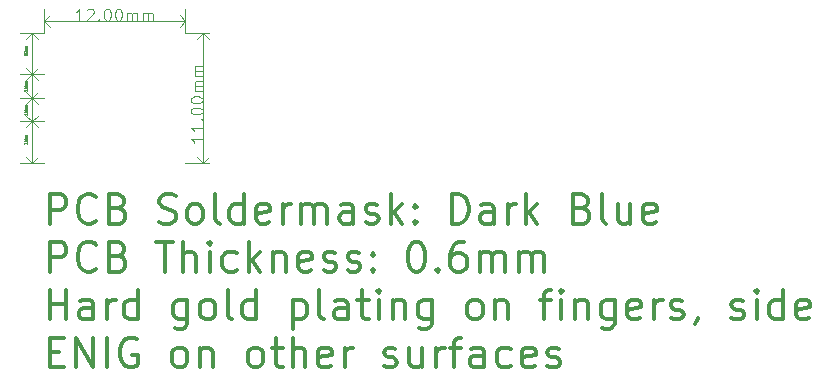
<source format=gbr>
G04 #@! TF.GenerationSoftware,KiCad,Pcbnew,(5.0.1)-4*
G04 #@! TF.CreationDate,2018-11-30T11:03:01-05:00*
G04 #@! TF.ProjectId,tomu-fpga,746F6D752D667067612E6B696361645F,rev?*
G04 #@! TF.SameCoordinates,Original*
G04 #@! TF.FileFunction,Other,Comment*
%FSLAX46Y46*%
G04 Gerber Fmt 4.6, Leading zero omitted, Abs format (unit mm)*
G04 Created by KiCad (PCBNEW (5.0.1)-4) date 11/30/18 11:03:01*
%MOMM*%
%LPD*%
G01*
G04 APERTURE LIST*
%ADD10C,0.300000*%
%ADD11C,0.050000*%
%ADD12C,0.035000*%
%ADD13C,0.037500*%
G04 APERTURE END LIST*
D10*
X17340238Y-32505952D02*
X17340238Y-30005952D01*
X18292619Y-30005952D01*
X18530714Y-30125000D01*
X18649761Y-30244047D01*
X18768809Y-30482142D01*
X18768809Y-30839285D01*
X18649761Y-31077380D01*
X18530714Y-31196428D01*
X18292619Y-31315476D01*
X17340238Y-31315476D01*
X21268809Y-32267857D02*
X21149761Y-32386904D01*
X20792619Y-32505952D01*
X20554523Y-32505952D01*
X20197380Y-32386904D01*
X19959285Y-32148809D01*
X19840238Y-31910714D01*
X19721190Y-31434523D01*
X19721190Y-31077380D01*
X19840238Y-30601190D01*
X19959285Y-30363095D01*
X20197380Y-30125000D01*
X20554523Y-30005952D01*
X20792619Y-30005952D01*
X21149761Y-30125000D01*
X21268809Y-30244047D01*
X23173571Y-31196428D02*
X23530714Y-31315476D01*
X23649761Y-31434523D01*
X23768809Y-31672619D01*
X23768809Y-32029761D01*
X23649761Y-32267857D01*
X23530714Y-32386904D01*
X23292619Y-32505952D01*
X22340238Y-32505952D01*
X22340238Y-30005952D01*
X23173571Y-30005952D01*
X23411666Y-30125000D01*
X23530714Y-30244047D01*
X23649761Y-30482142D01*
X23649761Y-30720238D01*
X23530714Y-30958333D01*
X23411666Y-31077380D01*
X23173571Y-31196428D01*
X22340238Y-31196428D01*
X26625952Y-32386904D02*
X26983095Y-32505952D01*
X27578333Y-32505952D01*
X27816428Y-32386904D01*
X27935476Y-32267857D01*
X28054523Y-32029761D01*
X28054523Y-31791666D01*
X27935476Y-31553571D01*
X27816428Y-31434523D01*
X27578333Y-31315476D01*
X27102142Y-31196428D01*
X26864047Y-31077380D01*
X26745000Y-30958333D01*
X26625952Y-30720238D01*
X26625952Y-30482142D01*
X26745000Y-30244047D01*
X26864047Y-30125000D01*
X27102142Y-30005952D01*
X27697380Y-30005952D01*
X28054523Y-30125000D01*
X29483095Y-32505952D02*
X29245000Y-32386904D01*
X29125952Y-32267857D01*
X29006904Y-32029761D01*
X29006904Y-31315476D01*
X29125952Y-31077380D01*
X29245000Y-30958333D01*
X29483095Y-30839285D01*
X29840238Y-30839285D01*
X30078333Y-30958333D01*
X30197380Y-31077380D01*
X30316428Y-31315476D01*
X30316428Y-32029761D01*
X30197380Y-32267857D01*
X30078333Y-32386904D01*
X29840238Y-32505952D01*
X29483095Y-32505952D01*
X31745000Y-32505952D02*
X31506904Y-32386904D01*
X31387857Y-32148809D01*
X31387857Y-30005952D01*
X33768809Y-32505952D02*
X33768809Y-30005952D01*
X33768809Y-32386904D02*
X33530714Y-32505952D01*
X33054523Y-32505952D01*
X32816428Y-32386904D01*
X32697380Y-32267857D01*
X32578333Y-32029761D01*
X32578333Y-31315476D01*
X32697380Y-31077380D01*
X32816428Y-30958333D01*
X33054523Y-30839285D01*
X33530714Y-30839285D01*
X33768809Y-30958333D01*
X35911666Y-32386904D02*
X35673571Y-32505952D01*
X35197380Y-32505952D01*
X34959285Y-32386904D01*
X34840238Y-32148809D01*
X34840238Y-31196428D01*
X34959285Y-30958333D01*
X35197380Y-30839285D01*
X35673571Y-30839285D01*
X35911666Y-30958333D01*
X36030714Y-31196428D01*
X36030714Y-31434523D01*
X34840238Y-31672619D01*
X37102142Y-32505952D02*
X37102142Y-30839285D01*
X37102142Y-31315476D02*
X37221190Y-31077380D01*
X37340238Y-30958333D01*
X37578333Y-30839285D01*
X37816428Y-30839285D01*
X38649761Y-32505952D02*
X38649761Y-30839285D01*
X38649761Y-31077380D02*
X38768809Y-30958333D01*
X39006904Y-30839285D01*
X39364047Y-30839285D01*
X39602142Y-30958333D01*
X39721190Y-31196428D01*
X39721190Y-32505952D01*
X39721190Y-31196428D02*
X39840238Y-30958333D01*
X40078333Y-30839285D01*
X40435476Y-30839285D01*
X40673571Y-30958333D01*
X40792619Y-31196428D01*
X40792619Y-32505952D01*
X43054523Y-32505952D02*
X43054523Y-31196428D01*
X42935476Y-30958333D01*
X42697380Y-30839285D01*
X42221190Y-30839285D01*
X41983095Y-30958333D01*
X43054523Y-32386904D02*
X42816428Y-32505952D01*
X42221190Y-32505952D01*
X41983095Y-32386904D01*
X41864047Y-32148809D01*
X41864047Y-31910714D01*
X41983095Y-31672619D01*
X42221190Y-31553571D01*
X42816428Y-31553571D01*
X43054523Y-31434523D01*
X44125952Y-32386904D02*
X44364047Y-32505952D01*
X44840238Y-32505952D01*
X45078333Y-32386904D01*
X45197380Y-32148809D01*
X45197380Y-32029761D01*
X45078333Y-31791666D01*
X44840238Y-31672619D01*
X44483095Y-31672619D01*
X44245000Y-31553571D01*
X44125952Y-31315476D01*
X44125952Y-31196428D01*
X44245000Y-30958333D01*
X44483095Y-30839285D01*
X44840238Y-30839285D01*
X45078333Y-30958333D01*
X46268809Y-32505952D02*
X46268809Y-30005952D01*
X46506904Y-31553571D02*
X47221190Y-32505952D01*
X47221190Y-30839285D02*
X46268809Y-31791666D01*
X48292619Y-32267857D02*
X48411666Y-32386904D01*
X48292619Y-32505952D01*
X48173571Y-32386904D01*
X48292619Y-32267857D01*
X48292619Y-32505952D01*
X48292619Y-30958333D02*
X48411666Y-31077380D01*
X48292619Y-31196428D01*
X48173571Y-31077380D01*
X48292619Y-30958333D01*
X48292619Y-31196428D01*
X51387857Y-32505952D02*
X51387857Y-30005952D01*
X51983095Y-30005952D01*
X52340238Y-30125000D01*
X52578333Y-30363095D01*
X52697380Y-30601190D01*
X52816428Y-31077380D01*
X52816428Y-31434523D01*
X52697380Y-31910714D01*
X52578333Y-32148809D01*
X52340238Y-32386904D01*
X51983095Y-32505952D01*
X51387857Y-32505952D01*
X54959285Y-32505952D02*
X54959285Y-31196428D01*
X54840238Y-30958333D01*
X54602142Y-30839285D01*
X54125952Y-30839285D01*
X53887857Y-30958333D01*
X54959285Y-32386904D02*
X54721190Y-32505952D01*
X54125952Y-32505952D01*
X53887857Y-32386904D01*
X53768809Y-32148809D01*
X53768809Y-31910714D01*
X53887857Y-31672619D01*
X54125952Y-31553571D01*
X54721190Y-31553571D01*
X54959285Y-31434523D01*
X56149761Y-32505952D02*
X56149761Y-30839285D01*
X56149761Y-31315476D02*
X56268809Y-31077380D01*
X56387857Y-30958333D01*
X56625952Y-30839285D01*
X56864047Y-30839285D01*
X57697380Y-32505952D02*
X57697380Y-30005952D01*
X57935476Y-31553571D02*
X58649761Y-32505952D01*
X58649761Y-30839285D02*
X57697380Y-31791666D01*
X62459285Y-31196428D02*
X62816428Y-31315476D01*
X62935476Y-31434523D01*
X63054523Y-31672619D01*
X63054523Y-32029761D01*
X62935476Y-32267857D01*
X62816428Y-32386904D01*
X62578333Y-32505952D01*
X61625952Y-32505952D01*
X61625952Y-30005952D01*
X62459285Y-30005952D01*
X62697380Y-30125000D01*
X62816428Y-30244047D01*
X62935476Y-30482142D01*
X62935476Y-30720238D01*
X62816428Y-30958333D01*
X62697380Y-31077380D01*
X62459285Y-31196428D01*
X61625952Y-31196428D01*
X64483095Y-32505952D02*
X64244999Y-32386904D01*
X64125952Y-32148809D01*
X64125952Y-30005952D01*
X66506904Y-30839285D02*
X66506904Y-32505952D01*
X65435476Y-30839285D02*
X65435476Y-32148809D01*
X65554523Y-32386904D01*
X65792619Y-32505952D01*
X66149761Y-32505952D01*
X66387857Y-32386904D01*
X66506904Y-32267857D01*
X68649761Y-32386904D02*
X68411666Y-32505952D01*
X67935476Y-32505952D01*
X67697380Y-32386904D01*
X67578333Y-32148809D01*
X67578333Y-31196428D01*
X67697380Y-30958333D01*
X67935476Y-30839285D01*
X68411666Y-30839285D01*
X68649761Y-30958333D01*
X68768809Y-31196428D01*
X68768809Y-31434523D01*
X67578333Y-31672619D01*
X17340238Y-36555952D02*
X17340238Y-34055952D01*
X18292619Y-34055952D01*
X18530714Y-34175000D01*
X18649761Y-34294047D01*
X18768809Y-34532142D01*
X18768809Y-34889285D01*
X18649761Y-35127380D01*
X18530714Y-35246428D01*
X18292619Y-35365476D01*
X17340238Y-35365476D01*
X21268809Y-36317857D02*
X21149761Y-36436904D01*
X20792619Y-36555952D01*
X20554523Y-36555952D01*
X20197380Y-36436904D01*
X19959285Y-36198809D01*
X19840238Y-35960714D01*
X19721190Y-35484523D01*
X19721190Y-35127380D01*
X19840238Y-34651190D01*
X19959285Y-34413095D01*
X20197380Y-34175000D01*
X20554523Y-34055952D01*
X20792619Y-34055952D01*
X21149761Y-34175000D01*
X21268809Y-34294047D01*
X23173571Y-35246428D02*
X23530714Y-35365476D01*
X23649761Y-35484523D01*
X23768809Y-35722619D01*
X23768809Y-36079761D01*
X23649761Y-36317857D01*
X23530714Y-36436904D01*
X23292619Y-36555952D01*
X22340238Y-36555952D01*
X22340238Y-34055952D01*
X23173571Y-34055952D01*
X23411666Y-34175000D01*
X23530714Y-34294047D01*
X23649761Y-34532142D01*
X23649761Y-34770238D01*
X23530714Y-35008333D01*
X23411666Y-35127380D01*
X23173571Y-35246428D01*
X22340238Y-35246428D01*
X26387857Y-34055952D02*
X27816428Y-34055952D01*
X27102142Y-36555952D02*
X27102142Y-34055952D01*
X28649761Y-36555952D02*
X28649761Y-34055952D01*
X29721190Y-36555952D02*
X29721190Y-35246428D01*
X29602142Y-35008333D01*
X29364047Y-34889285D01*
X29006904Y-34889285D01*
X28768809Y-35008333D01*
X28649761Y-35127380D01*
X30911666Y-36555952D02*
X30911666Y-34889285D01*
X30911666Y-34055952D02*
X30792619Y-34175000D01*
X30911666Y-34294047D01*
X31030714Y-34175000D01*
X30911666Y-34055952D01*
X30911666Y-34294047D01*
X33173571Y-36436904D02*
X32935476Y-36555952D01*
X32459285Y-36555952D01*
X32221190Y-36436904D01*
X32102142Y-36317857D01*
X31983095Y-36079761D01*
X31983095Y-35365476D01*
X32102142Y-35127380D01*
X32221190Y-35008333D01*
X32459285Y-34889285D01*
X32935476Y-34889285D01*
X33173571Y-35008333D01*
X34245000Y-36555952D02*
X34245000Y-34055952D01*
X34483095Y-35603571D02*
X35197380Y-36555952D01*
X35197380Y-34889285D02*
X34245000Y-35841666D01*
X36268809Y-34889285D02*
X36268809Y-36555952D01*
X36268809Y-35127380D02*
X36387857Y-35008333D01*
X36625952Y-34889285D01*
X36983095Y-34889285D01*
X37221190Y-35008333D01*
X37340238Y-35246428D01*
X37340238Y-36555952D01*
X39483095Y-36436904D02*
X39245000Y-36555952D01*
X38768809Y-36555952D01*
X38530714Y-36436904D01*
X38411666Y-36198809D01*
X38411666Y-35246428D01*
X38530714Y-35008333D01*
X38768809Y-34889285D01*
X39245000Y-34889285D01*
X39483095Y-35008333D01*
X39602142Y-35246428D01*
X39602142Y-35484523D01*
X38411666Y-35722619D01*
X40554523Y-36436904D02*
X40792619Y-36555952D01*
X41268809Y-36555952D01*
X41506904Y-36436904D01*
X41625952Y-36198809D01*
X41625952Y-36079761D01*
X41506904Y-35841666D01*
X41268809Y-35722619D01*
X40911666Y-35722619D01*
X40673571Y-35603571D01*
X40554523Y-35365476D01*
X40554523Y-35246428D01*
X40673571Y-35008333D01*
X40911666Y-34889285D01*
X41268809Y-34889285D01*
X41506904Y-35008333D01*
X42578333Y-36436904D02*
X42816428Y-36555952D01*
X43292619Y-36555952D01*
X43530714Y-36436904D01*
X43649761Y-36198809D01*
X43649761Y-36079761D01*
X43530714Y-35841666D01*
X43292619Y-35722619D01*
X42935476Y-35722619D01*
X42697380Y-35603571D01*
X42578333Y-35365476D01*
X42578333Y-35246428D01*
X42697380Y-35008333D01*
X42935476Y-34889285D01*
X43292619Y-34889285D01*
X43530714Y-35008333D01*
X44721190Y-36317857D02*
X44840238Y-36436904D01*
X44721190Y-36555952D01*
X44602142Y-36436904D01*
X44721190Y-36317857D01*
X44721190Y-36555952D01*
X44721190Y-35008333D02*
X44840238Y-35127380D01*
X44721190Y-35246428D01*
X44602142Y-35127380D01*
X44721190Y-35008333D01*
X44721190Y-35246428D01*
X48292619Y-34055952D02*
X48530714Y-34055952D01*
X48768809Y-34175000D01*
X48887857Y-34294047D01*
X49006904Y-34532142D01*
X49125952Y-35008333D01*
X49125952Y-35603571D01*
X49006904Y-36079761D01*
X48887857Y-36317857D01*
X48768809Y-36436904D01*
X48530714Y-36555952D01*
X48292619Y-36555952D01*
X48054523Y-36436904D01*
X47935476Y-36317857D01*
X47816428Y-36079761D01*
X47697380Y-35603571D01*
X47697380Y-35008333D01*
X47816428Y-34532142D01*
X47935476Y-34294047D01*
X48054523Y-34175000D01*
X48292619Y-34055952D01*
X50197380Y-36317857D02*
X50316428Y-36436904D01*
X50197380Y-36555952D01*
X50078333Y-36436904D01*
X50197380Y-36317857D01*
X50197380Y-36555952D01*
X52459285Y-34055952D02*
X51983095Y-34055952D01*
X51744999Y-34175000D01*
X51625952Y-34294047D01*
X51387857Y-34651190D01*
X51268809Y-35127380D01*
X51268809Y-36079761D01*
X51387857Y-36317857D01*
X51506904Y-36436904D01*
X51744999Y-36555952D01*
X52221190Y-36555952D01*
X52459285Y-36436904D01*
X52578333Y-36317857D01*
X52697380Y-36079761D01*
X52697380Y-35484523D01*
X52578333Y-35246428D01*
X52459285Y-35127380D01*
X52221190Y-35008333D01*
X51744999Y-35008333D01*
X51506904Y-35127380D01*
X51387857Y-35246428D01*
X51268809Y-35484523D01*
X53768809Y-36555952D02*
X53768809Y-34889285D01*
X53768809Y-35127380D02*
X53887857Y-35008333D01*
X54125952Y-34889285D01*
X54483095Y-34889285D01*
X54721190Y-35008333D01*
X54840238Y-35246428D01*
X54840238Y-36555952D01*
X54840238Y-35246428D02*
X54959285Y-35008333D01*
X55197380Y-34889285D01*
X55554523Y-34889285D01*
X55792619Y-35008333D01*
X55911666Y-35246428D01*
X55911666Y-36555952D01*
X57102142Y-36555952D02*
X57102142Y-34889285D01*
X57102142Y-35127380D02*
X57221190Y-35008333D01*
X57459285Y-34889285D01*
X57816428Y-34889285D01*
X58054523Y-35008333D01*
X58173571Y-35246428D01*
X58173571Y-36555952D01*
X58173571Y-35246428D02*
X58292619Y-35008333D01*
X58530714Y-34889285D01*
X58887857Y-34889285D01*
X59125952Y-35008333D01*
X59244999Y-35246428D01*
X59244999Y-36555952D01*
X17340238Y-40605952D02*
X17340238Y-38105952D01*
X17340238Y-39296428D02*
X18768809Y-39296428D01*
X18768809Y-40605952D02*
X18768809Y-38105952D01*
X21030714Y-40605952D02*
X21030714Y-39296428D01*
X20911666Y-39058333D01*
X20673571Y-38939285D01*
X20197380Y-38939285D01*
X19959285Y-39058333D01*
X21030714Y-40486904D02*
X20792619Y-40605952D01*
X20197380Y-40605952D01*
X19959285Y-40486904D01*
X19840238Y-40248809D01*
X19840238Y-40010714D01*
X19959285Y-39772619D01*
X20197380Y-39653571D01*
X20792619Y-39653571D01*
X21030714Y-39534523D01*
X22221190Y-40605952D02*
X22221190Y-38939285D01*
X22221190Y-39415476D02*
X22340238Y-39177380D01*
X22459285Y-39058333D01*
X22697380Y-38939285D01*
X22935476Y-38939285D01*
X24840238Y-40605952D02*
X24840238Y-38105952D01*
X24840238Y-40486904D02*
X24602142Y-40605952D01*
X24125952Y-40605952D01*
X23887857Y-40486904D01*
X23768809Y-40367857D01*
X23649761Y-40129761D01*
X23649761Y-39415476D01*
X23768809Y-39177380D01*
X23887857Y-39058333D01*
X24125952Y-38939285D01*
X24602142Y-38939285D01*
X24840238Y-39058333D01*
X29006904Y-38939285D02*
X29006904Y-40963095D01*
X28887857Y-41201190D01*
X28768809Y-41320238D01*
X28530714Y-41439285D01*
X28173571Y-41439285D01*
X27935476Y-41320238D01*
X29006904Y-40486904D02*
X28768809Y-40605952D01*
X28292619Y-40605952D01*
X28054523Y-40486904D01*
X27935476Y-40367857D01*
X27816428Y-40129761D01*
X27816428Y-39415476D01*
X27935476Y-39177380D01*
X28054523Y-39058333D01*
X28292619Y-38939285D01*
X28768809Y-38939285D01*
X29006904Y-39058333D01*
X30554523Y-40605952D02*
X30316428Y-40486904D01*
X30197380Y-40367857D01*
X30078333Y-40129761D01*
X30078333Y-39415476D01*
X30197380Y-39177380D01*
X30316428Y-39058333D01*
X30554523Y-38939285D01*
X30911666Y-38939285D01*
X31149761Y-39058333D01*
X31268809Y-39177380D01*
X31387857Y-39415476D01*
X31387857Y-40129761D01*
X31268809Y-40367857D01*
X31149761Y-40486904D01*
X30911666Y-40605952D01*
X30554523Y-40605952D01*
X32816428Y-40605952D02*
X32578333Y-40486904D01*
X32459285Y-40248809D01*
X32459285Y-38105952D01*
X34840238Y-40605952D02*
X34840238Y-38105952D01*
X34840238Y-40486904D02*
X34602142Y-40605952D01*
X34125952Y-40605952D01*
X33887857Y-40486904D01*
X33768809Y-40367857D01*
X33649761Y-40129761D01*
X33649761Y-39415476D01*
X33768809Y-39177380D01*
X33887857Y-39058333D01*
X34125952Y-38939285D01*
X34602142Y-38939285D01*
X34840238Y-39058333D01*
X37935476Y-38939285D02*
X37935476Y-41439285D01*
X37935476Y-39058333D02*
X38173571Y-38939285D01*
X38649761Y-38939285D01*
X38887857Y-39058333D01*
X39006904Y-39177380D01*
X39125952Y-39415476D01*
X39125952Y-40129761D01*
X39006904Y-40367857D01*
X38887857Y-40486904D01*
X38649761Y-40605952D01*
X38173571Y-40605952D01*
X37935476Y-40486904D01*
X40554523Y-40605952D02*
X40316428Y-40486904D01*
X40197380Y-40248809D01*
X40197380Y-38105952D01*
X42578333Y-40605952D02*
X42578333Y-39296428D01*
X42459285Y-39058333D01*
X42221190Y-38939285D01*
X41745000Y-38939285D01*
X41506904Y-39058333D01*
X42578333Y-40486904D02*
X42340238Y-40605952D01*
X41745000Y-40605952D01*
X41506904Y-40486904D01*
X41387857Y-40248809D01*
X41387857Y-40010714D01*
X41506904Y-39772619D01*
X41745000Y-39653571D01*
X42340238Y-39653571D01*
X42578333Y-39534523D01*
X43411666Y-38939285D02*
X44364047Y-38939285D01*
X43768809Y-38105952D02*
X43768809Y-40248809D01*
X43887857Y-40486904D01*
X44125952Y-40605952D01*
X44364047Y-40605952D01*
X45197380Y-40605952D02*
X45197380Y-38939285D01*
X45197380Y-38105952D02*
X45078333Y-38225000D01*
X45197380Y-38344047D01*
X45316428Y-38225000D01*
X45197380Y-38105952D01*
X45197380Y-38344047D01*
X46387857Y-38939285D02*
X46387857Y-40605952D01*
X46387857Y-39177380D02*
X46506904Y-39058333D01*
X46745000Y-38939285D01*
X47102142Y-38939285D01*
X47340238Y-39058333D01*
X47459285Y-39296428D01*
X47459285Y-40605952D01*
X49721190Y-38939285D02*
X49721190Y-40963095D01*
X49602142Y-41201190D01*
X49483095Y-41320238D01*
X49245000Y-41439285D01*
X48887857Y-41439285D01*
X48649761Y-41320238D01*
X49721190Y-40486904D02*
X49483095Y-40605952D01*
X49006904Y-40605952D01*
X48768809Y-40486904D01*
X48649761Y-40367857D01*
X48530714Y-40129761D01*
X48530714Y-39415476D01*
X48649761Y-39177380D01*
X48768809Y-39058333D01*
X49006904Y-38939285D01*
X49483095Y-38939285D01*
X49721190Y-39058333D01*
X53173571Y-40605952D02*
X52935476Y-40486904D01*
X52816428Y-40367857D01*
X52697380Y-40129761D01*
X52697380Y-39415476D01*
X52816428Y-39177380D01*
X52935476Y-39058333D01*
X53173571Y-38939285D01*
X53530714Y-38939285D01*
X53768809Y-39058333D01*
X53887857Y-39177380D01*
X54006904Y-39415476D01*
X54006904Y-40129761D01*
X53887857Y-40367857D01*
X53768809Y-40486904D01*
X53530714Y-40605952D01*
X53173571Y-40605952D01*
X55078333Y-38939285D02*
X55078333Y-40605952D01*
X55078333Y-39177380D02*
X55197380Y-39058333D01*
X55435476Y-38939285D01*
X55792619Y-38939285D01*
X56030714Y-39058333D01*
X56149761Y-39296428D01*
X56149761Y-40605952D01*
X58887857Y-38939285D02*
X59840238Y-38939285D01*
X59244999Y-40605952D02*
X59244999Y-38463095D01*
X59364047Y-38225000D01*
X59602142Y-38105952D01*
X59840238Y-38105952D01*
X60673571Y-40605952D02*
X60673571Y-38939285D01*
X60673571Y-38105952D02*
X60554523Y-38225000D01*
X60673571Y-38344047D01*
X60792619Y-38225000D01*
X60673571Y-38105952D01*
X60673571Y-38344047D01*
X61864047Y-38939285D02*
X61864047Y-40605952D01*
X61864047Y-39177380D02*
X61983095Y-39058333D01*
X62221190Y-38939285D01*
X62578333Y-38939285D01*
X62816428Y-39058333D01*
X62935476Y-39296428D01*
X62935476Y-40605952D01*
X65197380Y-38939285D02*
X65197380Y-40963095D01*
X65078333Y-41201190D01*
X64959285Y-41320238D01*
X64721190Y-41439285D01*
X64364047Y-41439285D01*
X64125952Y-41320238D01*
X65197380Y-40486904D02*
X64959285Y-40605952D01*
X64483095Y-40605952D01*
X64244999Y-40486904D01*
X64125952Y-40367857D01*
X64006904Y-40129761D01*
X64006904Y-39415476D01*
X64125952Y-39177380D01*
X64244999Y-39058333D01*
X64483095Y-38939285D01*
X64959285Y-38939285D01*
X65197380Y-39058333D01*
X67340238Y-40486904D02*
X67102142Y-40605952D01*
X66625952Y-40605952D01*
X66387857Y-40486904D01*
X66268809Y-40248809D01*
X66268809Y-39296428D01*
X66387857Y-39058333D01*
X66625952Y-38939285D01*
X67102142Y-38939285D01*
X67340238Y-39058333D01*
X67459285Y-39296428D01*
X67459285Y-39534523D01*
X66268809Y-39772619D01*
X68530714Y-40605952D02*
X68530714Y-38939285D01*
X68530714Y-39415476D02*
X68649761Y-39177380D01*
X68768809Y-39058333D01*
X69006904Y-38939285D01*
X69244999Y-38939285D01*
X69959285Y-40486904D02*
X70197380Y-40605952D01*
X70673571Y-40605952D01*
X70911666Y-40486904D01*
X71030714Y-40248809D01*
X71030714Y-40129761D01*
X70911666Y-39891666D01*
X70673571Y-39772619D01*
X70316428Y-39772619D01*
X70078333Y-39653571D01*
X69959285Y-39415476D01*
X69959285Y-39296428D01*
X70078333Y-39058333D01*
X70316428Y-38939285D01*
X70673571Y-38939285D01*
X70911666Y-39058333D01*
X72221190Y-40486904D02*
X72221190Y-40605952D01*
X72102142Y-40844047D01*
X71983095Y-40963095D01*
X75078333Y-40486904D02*
X75316428Y-40605952D01*
X75792619Y-40605952D01*
X76030714Y-40486904D01*
X76149761Y-40248809D01*
X76149761Y-40129761D01*
X76030714Y-39891666D01*
X75792619Y-39772619D01*
X75435476Y-39772619D01*
X75197380Y-39653571D01*
X75078333Y-39415476D01*
X75078333Y-39296428D01*
X75197380Y-39058333D01*
X75435476Y-38939285D01*
X75792619Y-38939285D01*
X76030714Y-39058333D01*
X77221190Y-40605952D02*
X77221190Y-38939285D01*
X77221190Y-38105952D02*
X77102142Y-38225000D01*
X77221190Y-38344047D01*
X77340238Y-38225000D01*
X77221190Y-38105952D01*
X77221190Y-38344047D01*
X79483095Y-40605952D02*
X79483095Y-38105952D01*
X79483095Y-40486904D02*
X79244999Y-40605952D01*
X78768809Y-40605952D01*
X78530714Y-40486904D01*
X78411666Y-40367857D01*
X78292619Y-40129761D01*
X78292619Y-39415476D01*
X78411666Y-39177380D01*
X78530714Y-39058333D01*
X78768809Y-38939285D01*
X79244999Y-38939285D01*
X79483095Y-39058333D01*
X81625952Y-40486904D02*
X81387857Y-40605952D01*
X80911666Y-40605952D01*
X80673571Y-40486904D01*
X80554523Y-40248809D01*
X80554523Y-39296428D01*
X80673571Y-39058333D01*
X80911666Y-38939285D01*
X81387857Y-38939285D01*
X81625952Y-39058333D01*
X81744999Y-39296428D01*
X81744999Y-39534523D01*
X80554523Y-39772619D01*
X17340238Y-43346428D02*
X18173571Y-43346428D01*
X18530714Y-44655952D02*
X17340238Y-44655952D01*
X17340238Y-42155952D01*
X18530714Y-42155952D01*
X19602142Y-44655952D02*
X19602142Y-42155952D01*
X21030714Y-44655952D01*
X21030714Y-42155952D01*
X22221190Y-44655952D02*
X22221190Y-42155952D01*
X24721190Y-42275000D02*
X24483095Y-42155952D01*
X24125952Y-42155952D01*
X23768809Y-42275000D01*
X23530714Y-42513095D01*
X23411666Y-42751190D01*
X23292619Y-43227380D01*
X23292619Y-43584523D01*
X23411666Y-44060714D01*
X23530714Y-44298809D01*
X23768809Y-44536904D01*
X24125952Y-44655952D01*
X24364047Y-44655952D01*
X24721190Y-44536904D01*
X24840238Y-44417857D01*
X24840238Y-43584523D01*
X24364047Y-43584523D01*
X28173571Y-44655952D02*
X27935476Y-44536904D01*
X27816428Y-44417857D01*
X27697380Y-44179761D01*
X27697380Y-43465476D01*
X27816428Y-43227380D01*
X27935476Y-43108333D01*
X28173571Y-42989285D01*
X28530714Y-42989285D01*
X28768809Y-43108333D01*
X28887857Y-43227380D01*
X29006904Y-43465476D01*
X29006904Y-44179761D01*
X28887857Y-44417857D01*
X28768809Y-44536904D01*
X28530714Y-44655952D01*
X28173571Y-44655952D01*
X30078333Y-42989285D02*
X30078333Y-44655952D01*
X30078333Y-43227380D02*
X30197380Y-43108333D01*
X30435476Y-42989285D01*
X30792619Y-42989285D01*
X31030714Y-43108333D01*
X31149761Y-43346428D01*
X31149761Y-44655952D01*
X34602142Y-44655952D02*
X34364047Y-44536904D01*
X34245000Y-44417857D01*
X34125952Y-44179761D01*
X34125952Y-43465476D01*
X34245000Y-43227380D01*
X34364047Y-43108333D01*
X34602142Y-42989285D01*
X34959285Y-42989285D01*
X35197380Y-43108333D01*
X35316428Y-43227380D01*
X35435476Y-43465476D01*
X35435476Y-44179761D01*
X35316428Y-44417857D01*
X35197380Y-44536904D01*
X34959285Y-44655952D01*
X34602142Y-44655952D01*
X36149761Y-42989285D02*
X37102142Y-42989285D01*
X36506904Y-42155952D02*
X36506904Y-44298809D01*
X36625952Y-44536904D01*
X36864047Y-44655952D01*
X37102142Y-44655952D01*
X37935476Y-44655952D02*
X37935476Y-42155952D01*
X39006904Y-44655952D02*
X39006904Y-43346428D01*
X38887857Y-43108333D01*
X38649761Y-42989285D01*
X38292619Y-42989285D01*
X38054523Y-43108333D01*
X37935476Y-43227380D01*
X41149761Y-44536904D02*
X40911666Y-44655952D01*
X40435476Y-44655952D01*
X40197380Y-44536904D01*
X40078333Y-44298809D01*
X40078333Y-43346428D01*
X40197380Y-43108333D01*
X40435476Y-42989285D01*
X40911666Y-42989285D01*
X41149761Y-43108333D01*
X41268809Y-43346428D01*
X41268809Y-43584523D01*
X40078333Y-43822619D01*
X42340238Y-44655952D02*
X42340238Y-42989285D01*
X42340238Y-43465476D02*
X42459285Y-43227380D01*
X42578333Y-43108333D01*
X42816428Y-42989285D01*
X43054523Y-42989285D01*
X45673571Y-44536904D02*
X45911666Y-44655952D01*
X46387857Y-44655952D01*
X46625952Y-44536904D01*
X46745000Y-44298809D01*
X46745000Y-44179761D01*
X46625952Y-43941666D01*
X46387857Y-43822619D01*
X46030714Y-43822619D01*
X45792619Y-43703571D01*
X45673571Y-43465476D01*
X45673571Y-43346428D01*
X45792619Y-43108333D01*
X46030714Y-42989285D01*
X46387857Y-42989285D01*
X46625952Y-43108333D01*
X48887857Y-42989285D02*
X48887857Y-44655952D01*
X47816428Y-42989285D02*
X47816428Y-44298809D01*
X47935476Y-44536904D01*
X48173571Y-44655952D01*
X48530714Y-44655952D01*
X48768809Y-44536904D01*
X48887857Y-44417857D01*
X50078333Y-44655952D02*
X50078333Y-42989285D01*
X50078333Y-43465476D02*
X50197380Y-43227380D01*
X50316428Y-43108333D01*
X50554523Y-42989285D01*
X50792619Y-42989285D01*
X51268809Y-42989285D02*
X52221190Y-42989285D01*
X51625952Y-44655952D02*
X51625952Y-42513095D01*
X51744999Y-42275000D01*
X51983095Y-42155952D01*
X52221190Y-42155952D01*
X54125952Y-44655952D02*
X54125952Y-43346428D01*
X54006904Y-43108333D01*
X53768809Y-42989285D01*
X53292619Y-42989285D01*
X53054523Y-43108333D01*
X54125952Y-44536904D02*
X53887857Y-44655952D01*
X53292619Y-44655952D01*
X53054523Y-44536904D01*
X52935476Y-44298809D01*
X52935476Y-44060714D01*
X53054523Y-43822619D01*
X53292619Y-43703571D01*
X53887857Y-43703571D01*
X54125952Y-43584523D01*
X56387857Y-44536904D02*
X56149761Y-44655952D01*
X55673571Y-44655952D01*
X55435476Y-44536904D01*
X55316428Y-44417857D01*
X55197380Y-44179761D01*
X55197380Y-43465476D01*
X55316428Y-43227380D01*
X55435476Y-43108333D01*
X55673571Y-42989285D01*
X56149761Y-42989285D01*
X56387857Y-43108333D01*
X58411666Y-44536904D02*
X58173571Y-44655952D01*
X57697380Y-44655952D01*
X57459285Y-44536904D01*
X57340238Y-44298809D01*
X57340238Y-43346428D01*
X57459285Y-43108333D01*
X57697380Y-42989285D01*
X58173571Y-42989285D01*
X58411666Y-43108333D01*
X58530714Y-43346428D01*
X58530714Y-43584523D01*
X57340238Y-43822619D01*
X59483095Y-44536904D02*
X59721190Y-44655952D01*
X60197380Y-44655952D01*
X60435476Y-44536904D01*
X60554523Y-44298809D01*
X60554523Y-44179761D01*
X60435476Y-43941666D01*
X60197380Y-43822619D01*
X59840238Y-43822619D01*
X59602142Y-43703571D01*
X59483095Y-43465476D01*
X59483095Y-43346428D01*
X59602142Y-43108333D01*
X59840238Y-42989285D01*
X60197380Y-42989285D01*
X60435476Y-43108333D01*
D11*
G04 #@! TO.C,U9*
X15850000Y-21850000D02*
X16350000Y-21350000D01*
X15850000Y-21850000D02*
X15350000Y-21350000D01*
X15850000Y-19850000D02*
X15850000Y-21850000D01*
X15350000Y-20350000D02*
X15850000Y-19850000D01*
X15850000Y-19850000D02*
X16350000Y-20350000D01*
X15850000Y-19850000D02*
X15350000Y-20350000D01*
X16350000Y-20350000D02*
X15850000Y-19850000D01*
X15850000Y-23850000D02*
X16350000Y-23350000D01*
X15850000Y-23850000D02*
X15350000Y-23350000D01*
X15850000Y-21850000D02*
X15850000Y-23850000D01*
X16850000Y-21850000D02*
X14850000Y-21850000D01*
X15850000Y-21850000D02*
X16350000Y-22350000D01*
X15350000Y-22350000D02*
X15850000Y-21850000D01*
X15850000Y-21850000D02*
X15350000Y-22350000D01*
X16350000Y-22350000D02*
X15850000Y-21850000D01*
X16850000Y-27350000D02*
X14850000Y-27350000D01*
X16850000Y-23850000D02*
X14850000Y-23850000D01*
X16350000Y-24350000D02*
X15850000Y-23850000D01*
X15850000Y-23850000D02*
X16350000Y-24350000D01*
X15350000Y-24350000D02*
X15850000Y-23850000D01*
X15850000Y-23850000D02*
X15350000Y-24350000D01*
X15850000Y-27350000D02*
X15350000Y-26850000D01*
X15850000Y-23850000D02*
X15850000Y-27350000D01*
X15850000Y-27350000D02*
X16350000Y-26850000D01*
X16850000Y-19850000D02*
X14850000Y-19850000D01*
X16850000Y-16350000D02*
X14850000Y-16350000D01*
X15850000Y-19850000D02*
X15350000Y-19350000D01*
X15850000Y-16350000D02*
X15350000Y-16850000D01*
X16350000Y-16850000D02*
X15850000Y-16350000D01*
X15350000Y-16850000D02*
X15850000Y-16350000D01*
X15850000Y-16350000D02*
X16350000Y-16850000D01*
X15850000Y-16350000D02*
X15850000Y-19850000D01*
X15850000Y-19850000D02*
X16350000Y-19350000D01*
X30850000Y-26850000D02*
X30350000Y-27350000D01*
X30350000Y-27350000D02*
X29850000Y-26850000D01*
X29850000Y-26850000D02*
X30350000Y-27350000D01*
X30350000Y-27350000D02*
X30850000Y-26850000D01*
X28850000Y-27350000D02*
X30850000Y-27350000D01*
X30350000Y-16350000D02*
X30850000Y-16850000D01*
X30350000Y-16350000D02*
X29850000Y-16850000D01*
X28850000Y-16350000D02*
X30850000Y-16350000D01*
X30350000Y-27350000D02*
X30350000Y-16350000D01*
X28850000Y-16350000D02*
X28850000Y-14350000D01*
X28850000Y-15350000D02*
X28350000Y-14850000D01*
X28350000Y-14850000D02*
X28850000Y-15350000D01*
X28850000Y-15350000D02*
X28350000Y-15850000D01*
X28350000Y-15850000D02*
X28850000Y-15350000D01*
X28850000Y-15350000D02*
X16850000Y-15350000D01*
X16850000Y-15350000D02*
X17350000Y-14850000D01*
X16850000Y-15350000D02*
X17350000Y-15850000D01*
X16850000Y-16350000D02*
X16850000Y-14350000D01*
G04 #@! TD*
G04 #@! TO.C,U9*
D12*
X15213095Y-18250000D02*
X15213095Y-18163333D01*
X15308333Y-18210000D01*
X15308333Y-18190000D01*
X15320238Y-18176666D01*
X15332142Y-18170000D01*
X15355952Y-18163333D01*
X15415476Y-18163333D01*
X15439285Y-18170000D01*
X15451190Y-18176666D01*
X15463095Y-18190000D01*
X15463095Y-18230000D01*
X15451190Y-18243333D01*
X15439285Y-18250000D01*
X15439285Y-18103333D02*
X15451190Y-18096666D01*
X15463095Y-18103333D01*
X15451190Y-18110000D01*
X15439285Y-18103333D01*
X15463095Y-18103333D01*
X15213095Y-17970000D02*
X15213095Y-18036666D01*
X15332142Y-18043333D01*
X15320238Y-18036666D01*
X15308333Y-18023333D01*
X15308333Y-17990000D01*
X15320238Y-17976666D01*
X15332142Y-17970000D01*
X15355952Y-17963333D01*
X15415476Y-17963333D01*
X15439285Y-17970000D01*
X15451190Y-17976666D01*
X15463095Y-17990000D01*
X15463095Y-18023333D01*
X15451190Y-18036666D01*
X15439285Y-18043333D01*
X15213095Y-17876666D02*
X15213095Y-17863333D01*
X15225000Y-17850000D01*
X15236904Y-17843333D01*
X15260714Y-17836666D01*
X15308333Y-17830000D01*
X15367857Y-17830000D01*
X15415476Y-17836666D01*
X15439285Y-17843333D01*
X15451190Y-17850000D01*
X15463095Y-17863333D01*
X15463095Y-17876666D01*
X15451190Y-17890000D01*
X15439285Y-17896666D01*
X15415476Y-17903333D01*
X15367857Y-17910000D01*
X15308333Y-17910000D01*
X15260714Y-17903333D01*
X15236904Y-17896666D01*
X15225000Y-17890000D01*
X15213095Y-17876666D01*
X15463095Y-17770000D02*
X15296428Y-17770000D01*
X15320238Y-17770000D02*
X15308333Y-17763333D01*
X15296428Y-17750000D01*
X15296428Y-17730000D01*
X15308333Y-17716666D01*
X15332142Y-17710000D01*
X15463095Y-17710000D01*
X15332142Y-17710000D02*
X15308333Y-17703333D01*
X15296428Y-17690000D01*
X15296428Y-17670000D01*
X15308333Y-17656666D01*
X15332142Y-17650000D01*
X15463095Y-17650000D01*
X15463095Y-17583333D02*
X15296428Y-17583333D01*
X15320238Y-17583333D02*
X15308333Y-17576666D01*
X15296428Y-17563333D01*
X15296428Y-17543333D01*
X15308333Y-17530000D01*
X15332142Y-17523333D01*
X15463095Y-17523333D01*
X15332142Y-17523333D02*
X15308333Y-17516666D01*
X15296428Y-17503333D01*
X15296428Y-17483333D01*
X15308333Y-17470000D01*
X15332142Y-17463333D01*
X15463095Y-17463333D01*
D13*
X15236904Y-21271428D02*
X15225000Y-21264285D01*
X15213095Y-21250000D01*
X15213095Y-21214285D01*
X15225000Y-21200000D01*
X15236904Y-21192857D01*
X15260714Y-21185714D01*
X15284523Y-21185714D01*
X15320238Y-21192857D01*
X15463095Y-21278571D01*
X15463095Y-21185714D01*
X15439285Y-21121428D02*
X15451190Y-21114285D01*
X15463095Y-21121428D01*
X15451190Y-21128571D01*
X15439285Y-21121428D01*
X15463095Y-21121428D01*
X15213095Y-21021428D02*
X15213095Y-21007142D01*
X15225000Y-20992857D01*
X15236904Y-20985714D01*
X15260714Y-20978571D01*
X15308333Y-20971428D01*
X15367857Y-20971428D01*
X15415476Y-20978571D01*
X15439285Y-20985714D01*
X15451190Y-20992857D01*
X15463095Y-21007142D01*
X15463095Y-21021428D01*
X15451190Y-21035714D01*
X15439285Y-21042857D01*
X15415476Y-21050000D01*
X15367857Y-21057142D01*
X15308333Y-21057142D01*
X15260714Y-21050000D01*
X15236904Y-21042857D01*
X15225000Y-21035714D01*
X15213095Y-21021428D01*
X15213095Y-20878571D02*
X15213095Y-20864285D01*
X15225000Y-20850000D01*
X15236904Y-20842857D01*
X15260714Y-20835714D01*
X15308333Y-20828571D01*
X15367857Y-20828571D01*
X15415476Y-20835714D01*
X15439285Y-20842857D01*
X15451190Y-20850000D01*
X15463095Y-20864285D01*
X15463095Y-20878571D01*
X15451190Y-20892857D01*
X15439285Y-20900000D01*
X15415476Y-20907142D01*
X15367857Y-20914285D01*
X15308333Y-20914285D01*
X15260714Y-20907142D01*
X15236904Y-20900000D01*
X15225000Y-20892857D01*
X15213095Y-20878571D01*
X15463095Y-20764285D02*
X15296428Y-20764285D01*
X15320238Y-20764285D02*
X15308333Y-20757142D01*
X15296428Y-20742857D01*
X15296428Y-20721428D01*
X15308333Y-20707142D01*
X15332142Y-20700000D01*
X15463095Y-20700000D01*
X15332142Y-20700000D02*
X15308333Y-20692857D01*
X15296428Y-20678571D01*
X15296428Y-20657142D01*
X15308333Y-20642857D01*
X15332142Y-20635714D01*
X15463095Y-20635714D01*
X15463095Y-20564285D02*
X15296428Y-20564285D01*
X15320238Y-20564285D02*
X15308333Y-20557142D01*
X15296428Y-20542857D01*
X15296428Y-20521428D01*
X15308333Y-20507142D01*
X15332142Y-20500000D01*
X15463095Y-20500000D01*
X15332142Y-20500000D02*
X15308333Y-20492857D01*
X15296428Y-20478571D01*
X15296428Y-20457142D01*
X15308333Y-20442857D01*
X15332142Y-20435714D01*
X15463095Y-20435714D01*
X15236904Y-23271428D02*
X15225000Y-23264285D01*
X15213095Y-23250000D01*
X15213095Y-23214285D01*
X15225000Y-23200000D01*
X15236904Y-23192857D01*
X15260714Y-23185714D01*
X15284523Y-23185714D01*
X15320238Y-23192857D01*
X15463095Y-23278571D01*
X15463095Y-23185714D01*
X15439285Y-23121428D02*
X15451190Y-23114285D01*
X15463095Y-23121428D01*
X15451190Y-23128571D01*
X15439285Y-23121428D01*
X15463095Y-23121428D01*
X15213095Y-23021428D02*
X15213095Y-23007142D01*
X15225000Y-22992857D01*
X15236904Y-22985714D01*
X15260714Y-22978571D01*
X15308333Y-22971428D01*
X15367857Y-22971428D01*
X15415476Y-22978571D01*
X15439285Y-22985714D01*
X15451190Y-22992857D01*
X15463095Y-23007142D01*
X15463095Y-23021428D01*
X15451190Y-23035714D01*
X15439285Y-23042857D01*
X15415476Y-23050000D01*
X15367857Y-23057142D01*
X15308333Y-23057142D01*
X15260714Y-23050000D01*
X15236904Y-23042857D01*
X15225000Y-23035714D01*
X15213095Y-23021428D01*
X15213095Y-22878571D02*
X15213095Y-22864285D01*
X15225000Y-22850000D01*
X15236904Y-22842857D01*
X15260714Y-22835714D01*
X15308333Y-22828571D01*
X15367857Y-22828571D01*
X15415476Y-22835714D01*
X15439285Y-22842857D01*
X15451190Y-22850000D01*
X15463095Y-22864285D01*
X15463095Y-22878571D01*
X15451190Y-22892857D01*
X15439285Y-22900000D01*
X15415476Y-22907142D01*
X15367857Y-22914285D01*
X15308333Y-22914285D01*
X15260714Y-22907142D01*
X15236904Y-22900000D01*
X15225000Y-22892857D01*
X15213095Y-22878571D01*
X15463095Y-22764285D02*
X15296428Y-22764285D01*
X15320238Y-22764285D02*
X15308333Y-22757142D01*
X15296428Y-22742857D01*
X15296428Y-22721428D01*
X15308333Y-22707142D01*
X15332142Y-22700000D01*
X15463095Y-22700000D01*
X15332142Y-22700000D02*
X15308333Y-22692857D01*
X15296428Y-22678571D01*
X15296428Y-22657142D01*
X15308333Y-22642857D01*
X15332142Y-22635714D01*
X15463095Y-22635714D01*
X15463095Y-22564285D02*
X15296428Y-22564285D01*
X15320238Y-22564285D02*
X15308333Y-22557142D01*
X15296428Y-22542857D01*
X15296428Y-22521428D01*
X15308333Y-22507142D01*
X15332142Y-22500000D01*
X15463095Y-22500000D01*
X15332142Y-22500000D02*
X15308333Y-22492857D01*
X15296428Y-22478571D01*
X15296428Y-22457142D01*
X15308333Y-22442857D01*
X15332142Y-22435714D01*
X15463095Y-22435714D01*
D12*
X15213095Y-25750000D02*
X15213095Y-25663333D01*
X15308333Y-25710000D01*
X15308333Y-25690000D01*
X15320238Y-25676666D01*
X15332142Y-25670000D01*
X15355952Y-25663333D01*
X15415476Y-25663333D01*
X15439285Y-25670000D01*
X15451190Y-25676666D01*
X15463095Y-25690000D01*
X15463095Y-25730000D01*
X15451190Y-25743333D01*
X15439285Y-25750000D01*
X15439285Y-25603333D02*
X15451190Y-25596666D01*
X15463095Y-25603333D01*
X15451190Y-25610000D01*
X15439285Y-25603333D01*
X15463095Y-25603333D01*
X15213095Y-25470000D02*
X15213095Y-25536666D01*
X15332142Y-25543333D01*
X15320238Y-25536666D01*
X15308333Y-25523333D01*
X15308333Y-25490000D01*
X15320238Y-25476666D01*
X15332142Y-25470000D01*
X15355952Y-25463333D01*
X15415476Y-25463333D01*
X15439285Y-25470000D01*
X15451190Y-25476666D01*
X15463095Y-25490000D01*
X15463095Y-25523333D01*
X15451190Y-25536666D01*
X15439285Y-25543333D01*
X15213095Y-25376666D02*
X15213095Y-25363333D01*
X15225000Y-25350000D01*
X15236904Y-25343333D01*
X15260714Y-25336666D01*
X15308333Y-25330000D01*
X15367857Y-25330000D01*
X15415476Y-25336666D01*
X15439285Y-25343333D01*
X15451190Y-25350000D01*
X15463095Y-25363333D01*
X15463095Y-25376666D01*
X15451190Y-25390000D01*
X15439285Y-25396666D01*
X15415476Y-25403333D01*
X15367857Y-25410000D01*
X15308333Y-25410000D01*
X15260714Y-25403333D01*
X15236904Y-25396666D01*
X15225000Y-25390000D01*
X15213095Y-25376666D01*
X15463095Y-25270000D02*
X15296428Y-25270000D01*
X15320238Y-25270000D02*
X15308333Y-25263333D01*
X15296428Y-25250000D01*
X15296428Y-25230000D01*
X15308333Y-25216666D01*
X15332142Y-25210000D01*
X15463095Y-25210000D01*
X15332142Y-25210000D02*
X15308333Y-25203333D01*
X15296428Y-25190000D01*
X15296428Y-25170000D01*
X15308333Y-25156666D01*
X15332142Y-25150000D01*
X15463095Y-25150000D01*
X15463095Y-25083333D02*
X15296428Y-25083333D01*
X15320238Y-25083333D02*
X15308333Y-25076666D01*
X15296428Y-25063333D01*
X15296428Y-25043333D01*
X15308333Y-25030000D01*
X15332142Y-25023333D01*
X15463095Y-25023333D01*
X15332142Y-25023333D02*
X15308333Y-25016666D01*
X15296428Y-25003333D01*
X15296428Y-24983333D01*
X15308333Y-24970000D01*
X15332142Y-24963333D01*
X15463095Y-24963333D01*
D11*
X30302380Y-25064285D02*
X30302380Y-25635714D01*
X30302380Y-25350000D02*
X29302380Y-25350000D01*
X29445238Y-25445238D01*
X29540476Y-25540476D01*
X29588095Y-25635714D01*
X30302380Y-24111904D02*
X30302380Y-24683333D01*
X30302380Y-24397619D02*
X29302380Y-24397619D01*
X29445238Y-24492857D01*
X29540476Y-24588095D01*
X29588095Y-24683333D01*
X30207142Y-23683333D02*
X30254761Y-23635714D01*
X30302380Y-23683333D01*
X30254761Y-23730952D01*
X30207142Y-23683333D01*
X30302380Y-23683333D01*
X29302380Y-23016666D02*
X29302380Y-22921428D01*
X29350000Y-22826190D01*
X29397619Y-22778571D01*
X29492857Y-22730952D01*
X29683333Y-22683333D01*
X29921428Y-22683333D01*
X30111904Y-22730952D01*
X30207142Y-22778571D01*
X30254761Y-22826190D01*
X30302380Y-22921428D01*
X30302380Y-23016666D01*
X30254761Y-23111904D01*
X30207142Y-23159523D01*
X30111904Y-23207142D01*
X29921428Y-23254761D01*
X29683333Y-23254761D01*
X29492857Y-23207142D01*
X29397619Y-23159523D01*
X29350000Y-23111904D01*
X29302380Y-23016666D01*
X29302380Y-22064285D02*
X29302380Y-21969047D01*
X29350000Y-21873809D01*
X29397619Y-21826190D01*
X29492857Y-21778571D01*
X29683333Y-21730952D01*
X29921428Y-21730952D01*
X30111904Y-21778571D01*
X30207142Y-21826190D01*
X30254761Y-21873809D01*
X30302380Y-21969047D01*
X30302380Y-22064285D01*
X30254761Y-22159523D01*
X30207142Y-22207142D01*
X30111904Y-22254761D01*
X29921428Y-22302380D01*
X29683333Y-22302380D01*
X29492857Y-22254761D01*
X29397619Y-22207142D01*
X29350000Y-22159523D01*
X29302380Y-22064285D01*
X30302380Y-21302380D02*
X29635714Y-21302380D01*
X29730952Y-21302380D02*
X29683333Y-21254761D01*
X29635714Y-21159523D01*
X29635714Y-21016666D01*
X29683333Y-20921428D01*
X29778571Y-20873809D01*
X30302380Y-20873809D01*
X29778571Y-20873809D02*
X29683333Y-20826190D01*
X29635714Y-20730952D01*
X29635714Y-20588095D01*
X29683333Y-20492857D01*
X29778571Y-20445238D01*
X30302380Y-20445238D01*
X30302380Y-19969047D02*
X29635714Y-19969047D01*
X29730952Y-19969047D02*
X29683333Y-19921428D01*
X29635714Y-19826190D01*
X29635714Y-19683333D01*
X29683333Y-19588095D01*
X29778571Y-19540476D01*
X30302380Y-19540476D01*
X29778571Y-19540476D02*
X29683333Y-19492857D01*
X29635714Y-19397619D01*
X29635714Y-19254761D01*
X29683333Y-19159523D01*
X29778571Y-19111904D01*
X30302380Y-19111904D01*
X20135714Y-15302380D02*
X19564285Y-15302380D01*
X19850000Y-15302380D02*
X19850000Y-14302380D01*
X19754761Y-14445238D01*
X19659523Y-14540476D01*
X19564285Y-14588095D01*
X20516666Y-14397619D02*
X20564285Y-14350000D01*
X20659523Y-14302380D01*
X20897619Y-14302380D01*
X20992857Y-14350000D01*
X21040476Y-14397619D01*
X21088095Y-14492857D01*
X21088095Y-14588095D01*
X21040476Y-14730952D01*
X20469047Y-15302380D01*
X21088095Y-15302380D01*
X21516666Y-15207142D02*
X21564285Y-15254761D01*
X21516666Y-15302380D01*
X21469047Y-15254761D01*
X21516666Y-15207142D01*
X21516666Y-15302380D01*
X22183333Y-14302380D02*
X22278571Y-14302380D01*
X22373809Y-14350000D01*
X22421428Y-14397619D01*
X22469047Y-14492857D01*
X22516666Y-14683333D01*
X22516666Y-14921428D01*
X22469047Y-15111904D01*
X22421428Y-15207142D01*
X22373809Y-15254761D01*
X22278571Y-15302380D01*
X22183333Y-15302380D01*
X22088095Y-15254761D01*
X22040476Y-15207142D01*
X21992857Y-15111904D01*
X21945238Y-14921428D01*
X21945238Y-14683333D01*
X21992857Y-14492857D01*
X22040476Y-14397619D01*
X22088095Y-14350000D01*
X22183333Y-14302380D01*
X23135714Y-14302380D02*
X23230952Y-14302380D01*
X23326190Y-14350000D01*
X23373809Y-14397619D01*
X23421428Y-14492857D01*
X23469047Y-14683333D01*
X23469047Y-14921428D01*
X23421428Y-15111904D01*
X23373809Y-15207142D01*
X23326190Y-15254761D01*
X23230952Y-15302380D01*
X23135714Y-15302380D01*
X23040476Y-15254761D01*
X22992857Y-15207142D01*
X22945238Y-15111904D01*
X22897619Y-14921428D01*
X22897619Y-14683333D01*
X22945238Y-14492857D01*
X22992857Y-14397619D01*
X23040476Y-14350000D01*
X23135714Y-14302380D01*
X23897619Y-15302380D02*
X23897619Y-14635714D01*
X23897619Y-14730952D02*
X23945238Y-14683333D01*
X24040476Y-14635714D01*
X24183333Y-14635714D01*
X24278571Y-14683333D01*
X24326190Y-14778571D01*
X24326190Y-15302380D01*
X24326190Y-14778571D02*
X24373809Y-14683333D01*
X24469047Y-14635714D01*
X24611904Y-14635714D01*
X24707142Y-14683333D01*
X24754761Y-14778571D01*
X24754761Y-15302380D01*
X25230952Y-15302380D02*
X25230952Y-14635714D01*
X25230952Y-14730952D02*
X25278571Y-14683333D01*
X25373809Y-14635714D01*
X25516666Y-14635714D01*
X25611904Y-14683333D01*
X25659523Y-14778571D01*
X25659523Y-15302380D01*
X25659523Y-14778571D02*
X25707142Y-14683333D01*
X25802380Y-14635714D01*
X25945238Y-14635714D01*
X26040476Y-14683333D01*
X26088095Y-14778571D01*
X26088095Y-15302380D01*
G04 #@! TD*
M02*

</source>
